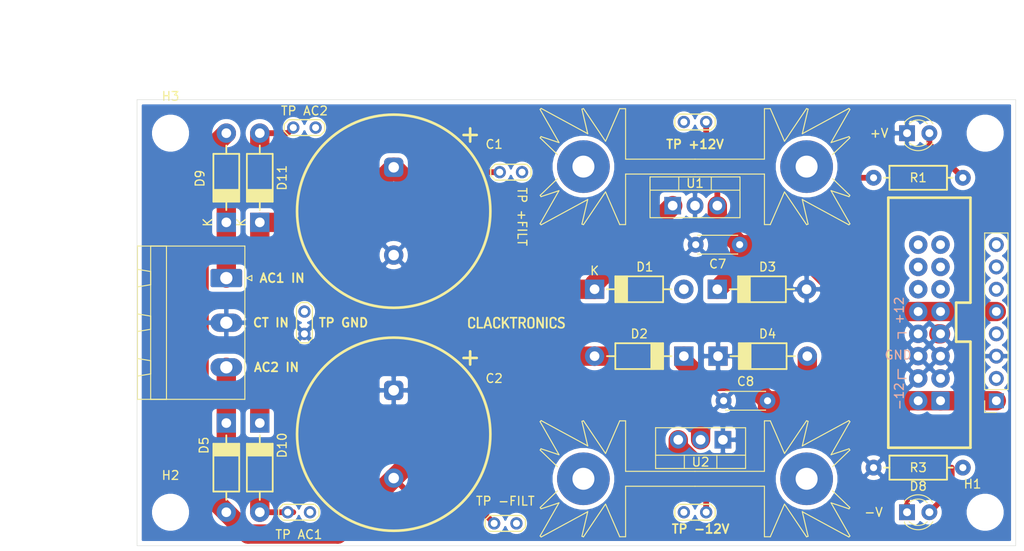
<source format=kicad_pcb>
(kicad_pcb (version 20171130) (host pcbnew 5.1.4-e60b266~84~ubuntu18.04.1)
  (layers (0 F.Cu signal) (31 B.Cu signal) (34 B.Paste user) (35 F.Paste user) (36 B.SilkS user) (37 F.SilkS user) (38 B.Mask user) (39 F.Mask user) (44 Edge.Cuts user))
  (net 0 "")
  (net 1 GND)
  (net 2 "Net-(C1-Pad1)")
  (net 3 "Net-(C2-Pad2)")
  (net 4 +12V)
  (net 5 -12V)
  (net 6 "Net-(D6-Pad2)")
  (net 7 "Net-(D8-Pad2)")
  (net 8 /AC1)
  (net 9 /AC2)
  (net 10 "Net-(J2-Pad13)")
  (net 11 "Net-(J2-Pad14)")
  (net 12 "Net-(J2-Pad15)")
  (net 13 "Net-(J2-Pad16)")
  (net 14 "Net-(J3-Pad8)")
  (net 15 "Net-(J3-Pad7)")
  (net 16 "Net-(J3-Pad4)")
  (net 17 "Net-(J3-Pad2)")
  (net 18 "Net-(J2-Pad11)")
  (net 19 "Net-(J3-Pad6)")
  (net 20 "Net-(J2-Pad12)")
  (module Clacktronics:clacktronics_logo_11mm (layer F.Cu) (at 153.67 78.74)
    (fp_text reference G*** hide)
    (fp_text value LOGO hide)
  )
  (module Clacktronics:R_TH_Axial_250mw_P10.16mm_Horizontal (layer F.Cu) (at 194.31 95.25)
    (fp_text reference R3 (at 5.08 0) (layer F.SilkS))
    (fp_text value 4k7)
    (pad 2 thru_hole circle (at 10.16 0) (size 1.8 1.8) (drill 0.8) (layers *.Cu *.Mask) (net 7 "Net-(D8-Pad2)"))
    (pad 1 thru_hole circle (at 0 0) (size 1.8 1.8) (drill 0.8) (layers *.Cu *.Mask) (net 1 GND))
  )
  (module Clacktronics:R_TH_Axial_250mw_P10.16mm_Horizontal (layer F.Cu) (at 194.31 62.23)
    (fp_text reference R1 (at 5.08 0) (layer F.SilkS))
    (fp_text value 4k7)
    (pad 2 thru_hole circle (at 10.16 0) (size 1.8 1.8) (drill 0.8) (layers *.Cu *.Mask) (net 6 "Net-(D6-Pad2)"))
    (pad 1 thru_hole circle (at 0 0) (size 1.8 1.8) (drill 0.8) (layers *.Cu *.Mask) (net 4 +12V))
  )
  (module Clacktronics:Eurorack-IDC-Header (layer F.Cu) (at 200.66 78.74 180)
    (fp_text reference J2 hide)
    (fp_text value Conn_02x08_Odd_Even)
    (fp_text user GND (at 3.556 -3.683) (layer B.SilkS))
    (fp_text user +12 (at 3.429 1.397 90) (layer B.SilkS))
    (fp_text user -12 (at 3.429 -8.382 90) (layer B.SilkS))
    (pad 1 thru_hole roundrect (at -1.27 -8.89 180) (size 2.1 2.1) (drill 1.016) (layers *.Cu *.Mask) (roundrect_rratio 0.1) (net 5 -12V))
    (pad 2 thru_hole circle (at 1.27 -8.89 180) (size 2.1 2.1) (drill 1.016) (layers *.Cu *.Mask) (net 5 -12V))
    (pad 3 thru_hole circle (at -1.27 -6.35 180) (size 2.1 2.1) (drill 1.016) (layers *.Cu *.Mask) (net 1 GND))
    (pad 4 thru_hole circle (at 1.27 -6.35 180) (size 2.1 2.1) (drill 1.016) (layers *.Cu *.Mask) (net 1 GND))
    (pad 5 thru_hole circle (at -1.27 -3.81 180) (size 2.1 2.1) (drill 1.016) (layers *.Cu *.Mask) (net 1 GND))
    (pad 6 thru_hole circle (at 1.27 -3.81 180) (size 2.1 2.1) (drill 1.016) (layers *.Cu *.Mask) (net 1 GND))
    (pad 7 thru_hole circle (at -1.27 -1.27 180) (size 2.1 2.1) (drill 1.016) (layers *.Cu *.Mask) (net 1 GND))
    (pad 8 thru_hole circle (at 1.27 -1.27 180) (size 2.1 2.1) (drill 1.016) (layers *.Cu *.Mask) (net 1 GND))
    (pad 9 thru_hole circle (at -1.27 1.27 180) (size 2.1 2.1) (drill 1.016) (layers *.Cu *.Mask) (net 4 +12V))
    (pad 10 thru_hole circle (at 1.27 1.27 180) (size 2.1 2.1) (drill 1.016) (layers *.Cu *.Mask) (net 4 +12V))
    (pad 11 thru_hole circle (at -1.27 3.81 180) (size 2.1 2.1) (drill 1.016) (layers *.Cu *.Mask) (net 18 "Net-(J2-Pad11)"))
    (pad 12 thru_hole circle (at 1.27 3.81 180) (size 2.1 2.1) (drill 1.016) (layers *.Cu *.Mask) (net 20 "Net-(J2-Pad12)"))
    (pad 13 thru_hole circle (at -1.27 6.35 180) (size 2.1 2.1) (drill 1.016) (layers *.Cu *.Mask) (net 10 "Net-(J2-Pad13)"))
    (pad 14 thru_hole circle (at 1.27 6.35 180) (size 2.1 2.1) (drill 1.016) (layers *.Cu *.Mask) (net 11 "Net-(J2-Pad14)"))
    (pad 15 thru_hole circle (at -1.27 8.89 180) (size 2.1 2.1) (drill 1.016) (layers *.Cu *.Mask) (net 12 "Net-(J2-Pad15)"))
    (pad 16 thru_hole circle (at 1.27 8.89 180) (size 2.1 2.1) (drill 1.016) (layers *.Cu *.Mask) (net 13 "Net-(J2-Pad16)"))
  )
  (module Clacktronics:C_TH_Elec_22mm_10mm (layer F.Cu) (at 139.7 91.44 270)
    (fp_text reference C2 (at -6.35 -11.43 180) (layer F.SilkS))
    (fp_text value "4.7-10mF 50V")
    (pad 2 thru_hole circle (at 5 0 270) (size 2.2 2.2) (drill 1.2) (layers *.Cu *.Mask) (net 3 "Net-(C2-Pad2)"))
    (pad 1 thru_hole roundrect (at -5 0 270) (size 2.2 2.2) (drill 1.2) (layers *.Cu *.Mask) (net 1 GND))
  )
  (module Clacktronics:C_TH_Elec_22mm_10mm (layer F.Cu) (at 139.7 66.04 270)
    (fp_text reference C1 (at -7.62 -11.43 180) (layer F.SilkS))
    (fp_text value "4.7-10mF 50V")
    (pad 2 thru_hole circle (at 5 0 270) (size 2.2 2.2) (drill 1.2) (layers *.Cu *.Mask) (net 1 GND))
    (pad 1 thru_hole roundrect (at -5 0 270) (size 2.2 2.2) (drill 1.2) (layers *.Cu *.Mask) (net 2 "Net-(C1-Pad1)"))
  )
  (module Package_TO_SOT_THT:TO-220-3_Vertical (layer F.Cu) (at 177.165 92.075 180)
    (fp_text reference U2 (at 2.54 -2.54) (layer F.SilkS))
    (fp_text value L7912)
    (pad 3 thru_hole oval (at 5.08 0 180) (size 1.905 2) (drill 1.1) (layers *.Cu *.Mask) (net 5 -12V))
    (pad 2 thru_hole oval (at 2.54 0 180) (size 1.905 2) (drill 1.1) (layers *.Cu *.Mask) (net 3 "Net-(C2-Pad2)"))
    (pad 1 thru_hole rect (at 0 0 180) (size 1.905 2) (drill 1.1) (layers *.Cu *.Mask) (net 1 GND))
  )
  (module Package_TO_SOT_THT:TO-220-3_Vertical (layer F.Cu) (at 171.45 65.405)
    (fp_text reference U1 (at 2.54 -2.54) (layer F.SilkS))
    (fp_text value L7812)
    (pad 3 thru_hole oval (at 5.08 0) (size 1.905 2) (drill 1.1) (layers *.Cu *.Mask) (net 4 +12V))
    (pad 2 thru_hole oval (at 2.54 0) (size 1.905 2) (drill 1.1) (layers *.Cu *.Mask) (net 1 GND))
    (pad 1 thru_hole rect (at 0 0) (size 1.905 2) (drill 1.1) (layers *.Cu *.Mask) (net 2 "Net-(C1-Pad1)"))
  )
  (module TestPoint:TestPoint_2Pads_Pitch2.54mm_Drill0.8mm (layer F.Cu) (at 151.13 101.6)
    (fp_text reference TP_FILT-1 hide)
    (fp_text value TP_FILT-)
    (pad 2 thru_hole circle (at 2.54 0) (size 1.4 1.4) (drill 0.8) (layers *.Cu *.Mask))
    (pad 1 thru_hole circle (at 0 0) (size 1.4 1.4) (drill 0.8) (layers *.Cu *.Mask) (net 3 "Net-(C2-Pad2)"))
  )
  (module TestPoint:TestPoint_2Pads_Pitch2.54mm_Drill0.8mm (layer F.Cu) (at 151.765 61.595)
    (fp_text reference TP_FILT+1 hide)
    (fp_text value TP_FILT+)
    (pad 2 thru_hole circle (at 2.54 0) (size 1.4 1.4) (drill 0.8) (layers *.Cu *.Mask))
    (pad 1 thru_hole circle (at 0 0) (size 1.4 1.4) (drill 0.8) (layers *.Cu *.Mask) (net 2 "Net-(C1-Pad1)"))
  )
  (module TestPoint:TestPoint_2Pads_Pitch2.54mm_Drill0.8mm (layer F.Cu) (at 127.635 100.33)
    (fp_text reference TP_AC1 hide)
    (fp_text value TP_AC1)
    (pad 2 thru_hole circle (at 2.54 0) (size 1.4 1.4) (drill 0.8) (layers *.Cu *.Mask))
    (pad 1 thru_hole circle (at 0 0) (size 1.4 1.4) (drill 0.8) (layers *.Cu *.Mask) (net 8 /AC1))
  )
  (module TestPoint:TestPoint_2Pads_Pitch2.54mm_Drill0.8mm (layer F.Cu) (at 128.27 56.515)
    (fp_text reference TP_AC2 hide)
    (fp_text value TP_AC2)
    (pad 2 thru_hole circle (at 2.54 0) (size 1.4 1.4) (drill 0.8) (layers *.Cu *.Mask))
    (pad 1 thru_hole circle (at 0 0) (size 1.4 1.4) (drill 0.8) (layers *.Cu *.Mask) (net 9 /AC2))
  )
  (module TestPoint:TestPoint_2Pads_Pitch2.54mm_Drill0.8mm (layer F.Cu) (at 129.54 80.01 90)
    (fp_text reference TP_GND1 hide)
    (fp_text value TP_GND)
    (pad 2 thru_hole circle (at 2.54 0 90) (size 1.4 1.4) (drill 0.8) (layers *.Cu *.Mask))
    (pad 1 thru_hole circle (at 0 0 90) (size 1.4 1.4) (drill 0.8) (layers *.Cu *.Mask) (net 1 GND))
  )
  (module TestPoint:TestPoint_2Pads_Pitch2.54mm_Drill0.8mm (layer F.Cu) (at 175.26 100.33 180)
    (fp_text reference TP-12V1 hide)
    (fp_text value TP_-12v)
    (pad 2 thru_hole circle (at 2.54 0 180) (size 1.4 1.4) (drill 0.8) (layers *.Cu *.Mask))
    (pad 1 thru_hole circle (at 0 0 180) (size 1.4 1.4) (drill 0.8) (layers *.Cu *.Mask) (net 5 -12V))
  )
  (module TestPoint:TestPoint_2Pads_Pitch2.54mm_Drill0.8mm (layer F.Cu) (at 175.26 55.88 180)
    (fp_text reference TP+12V1 hide)
    (fp_text value TP_+12v)
    (pad 2 thru_hole circle (at 2.54 0 180) (size 1.4 1.4) (drill 0.8) (layers *.Cu *.Mask))
    (pad 1 thru_hole circle (at 0 0 180) (size 1.4 1.4) (drill 0.8) (layers *.Cu *.Mask) (net 4 +12V))
  )
  (module Connector_PinSocket_2.54mm:PinSocket_1x08_P2.54mm_Vertical (layer F.Cu) (at 208.28 87.63 180)
    (fp_text reference J3 hide)
    (fp_text value Conn_01x08)
    (pad 8 thru_hole oval (at 0 17.78 180) (size 1.7 1.7) (drill 1) (layers *.Cu *.Mask) (net 14 "Net-(J3-Pad8)"))
    (pad 7 thru_hole oval (at 0 15.24 180) (size 1.7 1.7) (drill 1) (layers *.Cu *.Mask) (net 15 "Net-(J3-Pad7)"))
    (pad 6 thru_hole oval (at 0 12.7 180) (size 1.7 1.7) (drill 1) (layers *.Cu *.Mask) (net 19 "Net-(J3-Pad6)"))
    (pad 5 thru_hole oval (at 0 10.16 180) (size 1.7 1.7) (drill 1) (layers *.Cu *.Mask) (net 4 +12V))
    (pad 4 thru_hole oval (at 0 7.62 180) (size 1.7 1.7) (drill 1) (layers *.Cu *.Mask) (net 16 "Net-(J3-Pad4)"))
    (pad 3 thru_hole oval (at 0 5.08 180) (size 1.7 1.7) (drill 1) (layers *.Cu *.Mask) (net 1 GND))
    (pad 2 thru_hole oval (at 0 2.54 180) (size 1.7 1.7) (drill 1) (layers *.Cu *.Mask) (net 17 "Net-(J3-Pad2)"))
    (pad 1 thru_hole rect (at 0 0 180) (size 1.7 1.7) (drill 1) (layers *.Cu *.Mask) (net 5 -12V))
  )
  (module Connector_Phoenix_MSTB:PhoenixContact_MSTBA_2,5_3-G-5,08_1x03_P5.08mm_Horizontal (layer F.Cu) (at 120.65 73.66 270)
    (fp_text reference J1 hide)
    (fp_text value Conn_01x03)
    (pad 3 thru_hole oval (at 10.16 0 270) (size 2.08 3.6) (drill 1.4) (layers *.Cu *.Mask) (net 8 /AC1))
    (pad 2 thru_hole oval (at 5.08 0 270) (size 2.08 3.6) (drill 1.4) (layers *.Cu *.Mask) (net 1 GND))
    (pad 1 thru_hole roundrect (at 0 0 270) (size 2.08 3.6) (drill 1.4) (layers *.Cu *.Mask) (roundrect_rratio 0.120192) (net 9 /AC2))
  )
  (module Heatsink:Heatsink_Fischer_SK104-STC-STIC_35x13mm_2xDrill2.5mm (layer F.Cu) (at 173.99 96.52 180)
    (fp_text reference HS2 hide)
    (fp_text value Heatsink)
    (pad 1 thru_hole circle (at -12.7 0) (size 6 6) (drill 2.5) (layers *.Cu *.Mask))
    (pad 1 thru_hole circle (at 12.7 0 180) (size 6 6) (drill 2.5) (layers *.Cu *.Mask))
  )
  (module Heatsink:Heatsink_Fischer_SK104-STC-STIC_35x13mm_2xDrill2.5mm (layer F.Cu) (at 173.99 60.96)
    (fp_text reference HS1 hide)
    (fp_text value Heatsink)
    (pad 1 thru_hole circle (at -12.7 0 180) (size 6 6) (drill 2.5) (layers *.Cu *.Mask))
    (pad 1 thru_hole circle (at 12.7 0) (size 6 6) (drill 2.5) (layers *.Cu *.Mask))
  )
  (module MountingHole:MountingHole_3.2mm_M3 (layer F.Cu) (at 207.01 57.15)
    (fp_text reference H4 hide)
    (fp_text value MountingHole)
    (pad 1 np_thru_hole circle (at 0 0) (size 3.2 3.2) (drill 3.2) (layers *.Cu *.Mask))
  )
  (module MountingHole:MountingHole_3.2mm_M3 (layer F.Cu) (at 114.3 57.15)
    (fp_text reference H3 (at 0 -4.2) (layer F.SilkS))
    (fp_text value MountingHole)
    (pad 1 np_thru_hole circle (at 0 0) (size 3.2 3.2) (drill 3.2) (layers *.Cu *.Mask))
  )
  (module MountingHole:MountingHole_3.2mm_M3 (layer F.Cu) (at 114.3 100.33)
    (fp_text reference H2 (at 0 -4.2) (layer F.SilkS))
    (fp_text value MountingHole)
    (pad 1 np_thru_hole circle (at 0 0) (size 3.2 3.2) (drill 3.2) (layers *.Cu *.Mask))
  )
  (module MountingHole:MountingHole_3.2mm_M3 (layer F.Cu) (at 207.01 100.33)
    (fp_text reference H1 (at -1.44 -3.2115) (layer F.SilkS))
    (fp_text value MountingHole)
    (pad 1 np_thru_hole circle (at 0 0) (size 3.2 3.2) (drill 3.2) (layers *.Cu *.Mask))
  )
  (module Clacktronics:D_TH_DO-41_P10.16mm (layer F.Cu) (at 124.46 67.31 90)
    (fp_text reference D11 (at 5.08 2.54 90) (layer F.SilkS))
    (fp_text value 1N4001)
    (fp_text user K (at 0 -2.1 90) (layer F.SilkS))
    (pad 2 thru_hole oval (at 10.16 0 90) (size 2.2 2.2) (drill 1.1) (layers *.Cu *.Mask) (net 9 /AC2))
    (pad 1 thru_hole rect (at 0 0 90) (size 2.2 2.2) (drill 1.1) (layers *.Cu *.Mask) (net 2 "Net-(C1-Pad1)"))
  )
  (module Clacktronics:D_TH_DO-41_P10.16mm (layer F.Cu) (at 124.46 90.17 270)
    (fp_text reference D10 (at 2.54 -2.54 90) (layer F.SilkS))
    (fp_text value 1N4001)
    (pad 2 thru_hole oval (at 10.16 0 270) (size 2.2 2.2) (drill 1.1) (layers *.Cu *.Mask) (net 8 /AC1))
    (pad 1 thru_hole rect (at 0 0 270) (size 2.2 2.2) (drill 1.1) (layers *.Cu *.Mask) (net 2 "Net-(C1-Pad1)"))
  )
  (module Clacktronics:D_TH_DO-41_P10.16mm (layer F.Cu) (at 120.65 67.31 90)
    (fp_text reference D9 (at 5 -3 90) (layer F.SilkS))
    (fp_text value 1N4001)
    (fp_text user K (at 0 -2.1 90) (layer F.SilkS))
    (pad 2 thru_hole oval (at 10.16 0 90) (size 2.2 2.2) (drill 1.1) (layers *.Cu *.Mask) (net 3 "Net-(C2-Pad2)"))
    (pad 1 thru_hole rect (at 0 0 90) (size 2.2 2.2) (drill 1.1) (layers *.Cu *.Mask) (net 9 /AC2))
  )
  (module LED_THT:LED_D3.0mm (layer F.Cu) (at 198.12 100.33)
    (fp_text reference D8 (at 1.27 -2.96) (layer F.SilkS))
    (fp_text value LED)
    (pad 2 thru_hole circle (at 2.54 0) (size 1.8 1.8) (drill 0.9) (layers *.Cu *.Mask) (net 7 "Net-(D8-Pad2)"))
    (pad 1 thru_hole rect (at 0 0) (size 1.8 1.8) (drill 0.9) (layers *.Cu *.Mask) (net 5 -12V))
  )
  (module LED_THT:LED_D3.0mm (layer F.Cu) (at 198.12 57.15)
    (fp_text reference D6 hide)
    (fp_text value LED)
    (pad 2 thru_hole circle (at 2.54 0) (size 1.8 1.8) (drill 0.9) (layers *.Cu *.Mask) (net 6 "Net-(D6-Pad2)"))
    (pad 1 thru_hole rect (at 0 0) (size 1.8 1.8) (drill 0.9) (layers *.Cu *.Mask) (net 1 GND))
  )
  (module Clacktronics:D_TH_DO-41_P10.16mm (layer F.Cu) (at 120.65 90.17 270)
    (fp_text reference D5 (at 2.54 2.54 90) (layer F.SilkS))
    (fp_text value 1N4001)
    (pad 2 thru_hole oval (at 10.16 0 270) (size 2.2 2.2) (drill 1.1) (layers *.Cu *.Mask) (net 3 "Net-(C2-Pad2)"))
    (pad 1 thru_hole rect (at 0 0 270) (size 2.2 2.2) (drill 1.1) (layers *.Cu *.Mask) (net 8 /AC1))
  )
  (module Clacktronics:D_TH_DO-41_P10.16mm (layer F.Cu) (at 176.61 82.55)
    (fp_text reference D4 (at 5.635 -2.54) (layer F.SilkS))
    (fp_text value 1N4001)
    (pad 2 thru_hole oval (at 10.16 0) (size 2.2 2.2) (drill 1.1) (layers *.Cu *.Mask) (net 5 -12V))
    (pad 1 thru_hole rect (at 0 0) (size 2.2 2.2) (drill 1.1) (layers *.Cu *.Mask) (net 1 GND))
  )
  (module Clacktronics:D_TH_DO-41_P10.16mm (layer F.Cu) (at 176.53 74.93)
    (fp_text reference D3 (at 5.715 -2.54) (layer F.SilkS))
    (fp_text value 1N4001)
    (pad 2 thru_hole oval (at 10.16 0) (size 2.2 2.2) (drill 1.1) (layers *.Cu *.Mask) (net 1 GND))
    (pad 1 thru_hole rect (at 0 0) (size 2.2 2.2) (drill 1.1) (layers *.Cu *.Mask) (net 4 +12V))
  )
  (module Clacktronics:D_TH_DO-41_P10.16mm (layer F.Cu) (at 172.72 82.55 180)
    (fp_text reference D2 (at 5.08 2.54) (layer F.SilkS))
    (fp_text value 1N4001)
    (pad 2 thru_hole oval (at 10.16 0 180) (size 2.2 2.2) (drill 1.1) (layers *.Cu *.Mask) (net 3 "Net-(C2-Pad2)"))
    (pad 1 thru_hole rect (at 0 0 180) (size 2.2 2.2) (drill 1.1) (layers *.Cu *.Mask) (net 5 -12V))
  )
  (module Clacktronics:D_TH_DO-41_P10.16mm (layer F.Cu) (at 162.56 74.93)
    (fp_text reference D1 (at 5.715 -2.54) (layer F.SilkS))
    (fp_text value 1N4001)
    (fp_text user K (at 0 -2.1) (layer F.SilkS))
    (pad 2 thru_hole oval (at 10.16 0) (size 2.2 2.2) (drill 1.1) (layers *.Cu *.Mask) (net 4 +12V))
    (pad 1 thru_hole rect (at 0 0) (size 2.2 2.2) (drill 1.1) (layers *.Cu *.Mask) (net 2 "Net-(C1-Pad1)"))
  )
  (module Clacktronics:C_TH_Disc_P5.00mm (layer F.Cu) (at 177.245 87.63)
    (fp_text reference C8 (at 2.5 -2.2) (layer F.SilkS))
    (fp_text value 100n)
    (pad 2 thru_hole circle (at 5 0) (size 1.8 1.8) (drill 0.8) (layers *.Cu *.Mask) (net 5 -12V))
    (pad 1 thru_hole circle (at 0 0) (size 1.8 1.8) (drill 0.8) (layers *.Cu *.Mask) (net 1 GND))
  )
  (module Clacktronics:C_TH_Disc_P5.00mm (layer F.Cu) (at 179.07 69.85 180)
    (fp_text reference C7 (at 2.5 -2.2) (layer F.SilkS))
    (fp_text value 100n)
    (pad 2 thru_hole circle (at 5 0 180) (size 1.8 1.8) (drill 0.8) (layers *.Cu *.Mask) (net 1 GND))
    (pad 1 thru_hole circle (at 0 0 180) (size 1.8 1.8) (drill 0.8) (layers *.Cu *.Mask) (net 4 +12V))
  )
  (gr_text "TP +FILT" (at 154.305 66.675 270) (layer F.SilkS) (effects (font (size 1 1))))
  (gr_text "TP -FILT" (at 152.4 99.06) (layer F.SilkS) (effects (font (size 1 1))))
  (gr_text -V (at 194.31 100.33) (layer F.SilkS) (effects (font (size 1 1))))
  (gr_text +V (at 194.945 57.15) (layer F.SilkS) (effects (font (size 1 1))))
  (gr_text "CT IN" (at 125.73 78.74) (layer F.SilkS) (effects (font (size 1 1) (thickness 0.2))))
  (gr_text "AC2 IN" (at 126.365 83.82) (layer F.SilkS) (effects (font (size 1 1) (thickness 0.2))))
  (gr_text "AC1 IN" (at 127 73.66) (layer F.SilkS) (effects (font (size 1 1) (thickness 0.2))))
  (gr_text "TP GND" (at 133.985 78.74) (layer F.SilkS) (effects (font (size 1 1) (thickness 0.2))))
  (gr_text "TP +12V" (at 173.99 58.42) (layer F.SilkS) (effects (font (size 1 1) (thickness 0.2))))
  (gr_text "TP -12V" (at 174.625 102.235) (layer F.SilkS) (effects (font (size 1 1) (thickness 0.2))))
  (gr_text "TP AC2" (at 129.54 54.61) (layer F.SilkS) (effects (font (size 1 1))))
  (gr_text "TP AC1" (at 128.905 102.87) (layer F.SilkS) (effects (font (size 1 1))))
  (gr_line (start 210.49 53.34) (end 110.49 53.34) (layer Edge.Cuts) (width 0.05))
  (gr_line (start 210.49 53.34) (end 210.49 104.14) (layer Edge.Cuts) (width 0.05))
  (gr_line (start 110.49 104.14) (end 210.49 104.14) (layer Edge.Cuts) (width 0.05))
  (gr_line (start 110.49 53.34) (end 110.49 104.14) (layer Edge.Cuts) (width 0.05))
  (segment (start 201.740001 80.01) (end 201.93 80.01) (width 2.2) (layer F.Cu) (net 1))
  (segment (start 133.43 67.31) (end 139.7 61.04) (width 2.2) (layer F.Cu) (net 2))
  (segment (start 124.46 67.31) (end 133.43 67.31) (width 2.2) (layer F.Cu) (net 2))
  (segment (start 124.46 90.17) (end 124.46 67.31) (width 2.2) (layer F.Cu) (net 2))
  (segment (start 153.59 74.93) (end 162.56 74.93) (width 2.2) (layer F.Cu) (net 2))
  (segment (start 162.56 74.295) (end 171.45 65.405) (width 2.2) (layer F.Cu) (net 2))
  (segment (start 162.56 74.93) (end 162.56 74.295) (width 2.2) (layer F.Cu) (net 2))
  (segment (start 148.59 61.595) (end 144.4225 65.7625) (width 0.66) (layer F.Cu) (net 2))
  (segment (start 151.765 61.595) (end 148.59 61.595) (width 0.66) (layer F.Cu) (net 2))
  (segment (start 139.7 61.04) (end 144.4225 65.7625) (width 2.2) (layer F.Cu) (net 2))
  (segment (start 144.4225 65.7625) (end 153.59 74.93) (width 2.2) (layer F.Cu) (net 2))
  (segment (start 119.550001 99.230001) (end 120.65 100.33) (width 2.2) (layer F.Cu) (net 3))
  (segment (start 117.54999 97.22999) (end 119.550001 99.230001) (width 2.2) (layer F.Cu) (net 3))
  (segment (start 117.54999 60.25001) (end 117.54999 97.22999) (width 2.2) (layer F.Cu) (net 3))
  (segment (start 120.65 57.15) (end 117.54999 60.25001) (width 2.2) (layer F.Cu) (net 3))
  (segment (start 121.749999 101.429999) (end 120.65 100.33) (width 2.2) (layer F.Cu) (net 3))
  (segment (start 123.13499 102.81499) (end 121.749999 101.429999) (width 2.2) (layer F.Cu) (net 3))
  (segment (start 133.32501 102.81499) (end 123.13499 102.81499) (width 2.2) (layer F.Cu) (net 3))
  (segment (start 139.7 96.44) (end 133.32501 102.81499) (width 2.2) (layer F.Cu) (net 3))
  (segment (start 139.7 96.44) (end 153.59 82.55) (width 2.2) (layer F.Cu) (net 3))
  (segment (start 153.59 82.55) (end 162.56 82.55) (width 2.2) (layer F.Cu) (net 3))
  (segment (start 174.625 90.805) (end 174.625 92.075) (width 2.2) (layer F.Cu) (net 3))
  (segment (start 162.56 82.55) (end 166.37 82.55) (width 2.2) (layer F.Cu) (net 3))
  (segment (start 166.37 82.55) (end 174.625 90.805) (width 2.2) (layer F.Cu) (net 3))
  (segment (start 147.32 97.79) (end 151.13 101.6) (width 0.66) (layer F.Cu) (net 3))
  (segment (start 139.7 96.44) (end 141.05 97.79) (width 0.66) (layer F.Cu) (net 3))
  (segment (start 141.05 97.79) (end 147.32 97.79) (width 0.66) (layer F.Cu) (net 3))
  (segment (start 176.53 67.31) (end 179.07 69.85) (width 2.2) (layer F.Cu) (net 4))
  (segment (start 176.53 65.405) (end 176.53 67.31) (width 2.2) (layer F.Cu) (net 4))
  (segment (start 208.28 77.47) (end 201.93 77.47) (width 2.2) (layer F.Cu) (net 4))
  (segment (start 201.93 77.47) (end 199.39 77.47) (width 2.2) (layer F.Cu) (net 4))
  (segment (start 180.342792 69.85) (end 179.07 69.85) (width 2.2) (layer F.Cu) (net 4))
  (segment (start 185.162002 69.85) (end 180.342792 69.85) (width 2.2) (layer F.Cu) (net 4))
  (segment (start 192.782002 77.47) (end 185.162002 69.85) (width 2.2) (layer F.Cu) (net 4))
  (segment (start 199.39 77.47) (end 192.782002 77.47) (width 2.2) (layer F.Cu) (net 4))
  (segment (start 175.26 55.88) (end 175.26 60.96) (width 0.66) (layer F.Cu) (net 4))
  (segment (start 176.53 62.23) (end 176.53 65.405) (width 0.66) (layer F.Cu) (net 4))
  (segment (start 175.26 60.96) (end 176.53 62.23) (width 0.66) (layer F.Cu) (net 4))
  (segment (start 179.07 72.39) (end 176.53 74.93) (width 2.2) (layer F.Cu) (net 4))
  (segment (start 179.07 69.85) (end 179.07 72.39) (width 2.2) (layer F.Cu) (net 4))
  (segment (start 192.782002 62.23) (end 185.162002 69.85) (width 0.66) (layer F.Cu) (net 4))
  (segment (start 194.31 62.23) (end 192.782002 62.23) (width 0.66) (layer F.Cu) (net 4))
  (segment (start 172.085 92.929126) (end 174.405874 95.25) (width 2.2) (layer F.Cu) (net 5))
  (segment (start 172.085 92.075) (end 172.085 92.929126) (width 2.2) (layer F.Cu) (net 5))
  (segment (start 174.405874 95.25) (end 179.07 95.25) (width 2.2) (layer F.Cu) (net 5))
  (segment (start 182.245 92.075) (end 182.245 87.63) (width 2.2) (layer F.Cu) (net 5))
  (segment (start 179.07 95.25) (end 182.245 92.075) (width 2.2) (layer F.Cu) (net 5))
  (segment (start 199.39 87.63) (end 201.93 87.63) (width 2.2) (layer F.Cu) (net 5))
  (segment (start 201.93 87.63) (end 208.28 87.63) (width 2.2) (layer F.Cu) (net 5))
  (segment (start 175.26 96.104126) (end 174.405874 95.25) (width 0.66) (layer F.Cu) (net 5))
  (segment (start 175.26 100.33) (end 175.26 96.104126) (width 0.66) (layer F.Cu) (net 5))
  (segment (start 186.77 86.28) (end 185.42 87.63) (width 2.2) (layer F.Cu) (net 5))
  (segment (start 186.77 82.55) (end 186.77 86.28) (width 2.2) (layer F.Cu) (net 5))
  (segment (start 182.245 87.63) (end 185.42 87.63) (width 2.2) (layer F.Cu) (net 5))
  (segment (start 180.044999 85.429999) (end 181.345001 86.730001) (width 2.2) (layer F.Cu) (net 5))
  (segment (start 174.949997 85.429999) (end 180.044999 85.429999) (width 2.2) (layer F.Cu) (net 5))
  (segment (start 172.72 83.200002) (end 174.949997 85.429999) (width 2.2) (layer F.Cu) (net 5))
  (segment (start 181.345001 86.730001) (end 182.245 87.63) (width 2.2) (layer F.Cu) (net 5))
  (segment (start 172.72 82.55) (end 172.72 83.200002) (width 2.2) (layer F.Cu) (net 5))
  (segment (start 198.12 88.9) (end 198.12 87.63) (width 0.66) (layer F.Cu) (net 5))
  (segment (start 198.12 100.33) (end 198.12 88.9) (width 0.66) (layer F.Cu) (net 5))
  (segment (start 185.42 87.63) (end 198.12 87.63) (width 2.2) (layer F.Cu) (net 5))
  (segment (start 198.12 87.63) (end 199.39 87.63) (width 2.2) (layer F.Cu) (net 5))
  (segment (start 200.66 58.42) (end 200.66 57.15) (width 0.66) (layer F.Cu) (net 6))
  (segment (start 204.47 62.23) (end 200.66 58.42) (width 0.66) (layer F.Cu) (net 6))
  (segment (start 203.2 97.79) (end 200.66 100.33) (width 0.66) (layer F.Cu) (net 7))
  (segment (start 203.2 95.25) (end 203.2 97.79) (width 0.66) (layer F.Cu) (net 7))
  (segment (start 120.65 90.17) (end 120.65 83.82) (width 2.2) (layer F.Cu) (net 8))
  (segment (start 124.46 100.33) (end 124.46 97.79) (width 2.2) (layer F.Cu) (net 8))
  (segment (start 120.65 93.98) (end 120.65 90.17) (width 2.2) (layer F.Cu) (net 8))
  (segment (start 124.46 97.79) (end 120.65 93.98) (width 2.2) (layer F.Cu) (net 8))
  (segment (start 128.27 100.33) (end 124.46 100.33) (width 0.66) (layer F.Cu) (net 8))
  (segment (start 120.65 73.66) (end 120.65 67.31) (width 2.2) (layer F.Cu) (net 9))
  (segment (start 120.65 63.5) (end 120.65 67.31) (width 2.2) (layer F.Cu) (net 9))
  (segment (start 124.46 59.69) (end 120.65 63.5) (width 2.2) (layer F.Cu) (net 9))
  (segment (start 124.46 57.15) (end 124.46 58.42) (width 2.2) (layer F.Cu) (net 9))
  (segment (start 124.46 58.42) (end 124.46 59.69) (width 2.2) (layer F.Cu) (net 9))
  (segment (start 127.635 57.15) (end 128.27 56.515) (width 0.66) (layer F.Cu) (net 9))
  (segment (start 124.46 57.15) (end 127.635 57.15) (width 0.66) (layer F.Cu) (net 9))
  (zone (net 1) (net_name GND) (layer B.Cu) (connect_pads (clearance 0.508)) (min_thickness 0.254) (fill yes (arc_segments 32) (thermal_gap 0.508) (thermal_bridge_width 0.508))
    (polygon (pts (xy 110.49 53.34) (xy 110.49 104.775) (xy 210.82 104.14) (xy 211.455 53.34)))
  )
)
</source>
